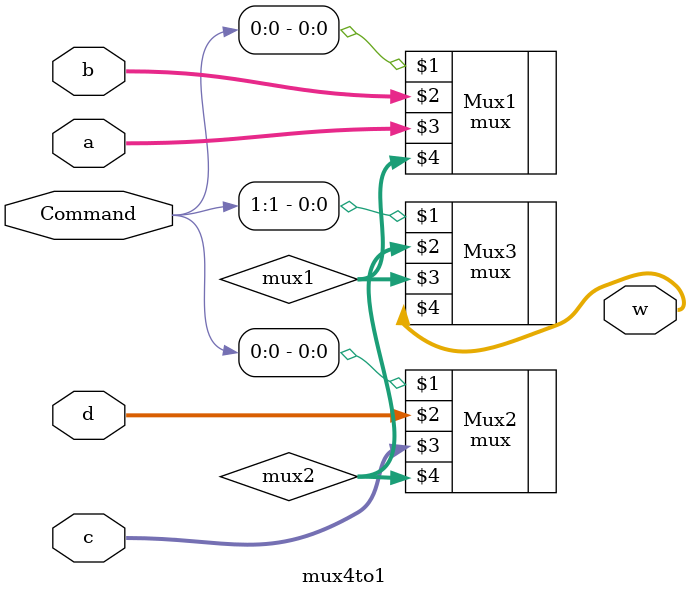
<source format=v>
module mux4to1 (input [1:0] Command, input [31:0] a, b, c, d, output [31:0] w);
	wire [31:0] mux1, mux2;
	mux Mux1(Command[0], b, a, mux1);
	mux Mux2(Command[0], d, c, mux2);
	mux Mux3(Command[1], mux2, mux1, w);
endmodule

</source>
